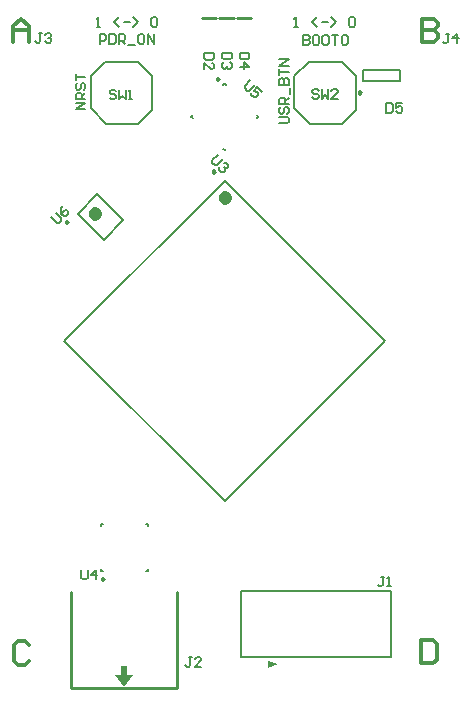
<source format=gto>
G04*
G04 #@! TF.GenerationSoftware,Altium Limited,Altium Designer,20.1.12 (249)*
G04*
G04 Layer_Color=65535*
%FSLAX25Y25*%
%MOIN*%
G70*
G04*
G04 #@! TF.SameCoordinates,D38EF606-D903-4ADC-9098-C18FB5F004BE*
G04*
G04*
G04 #@! TF.FilePolarity,Positive*
G04*
G01*
G75*
%ADD10C,0.02362*%
%ADD11C,0.00984*%
%ADD12C,0.00787*%
%ADD13C,0.01181*%
%ADD14C,0.00600*%
G36*
X46260Y-4921D02*
X43307Y-984D01*
X45276D01*
Y1969D01*
X47244D01*
Y-984D01*
X49213D01*
X46260Y-4921D01*
D02*
G37*
G36*
X97441Y2559D02*
X94291Y3740D01*
X94291Y1378D01*
X97441Y2559D01*
D02*
G37*
D10*
X80905Y158119D02*
X80461Y159043D01*
X79462Y159271D01*
X78660Y158632D01*
Y157607D01*
X79462Y156968D01*
X80461Y157196D01*
X80905Y158119D01*
X37618Y152688D02*
X37174Y153612D01*
X36174Y153840D01*
X35373Y153201D01*
Y152176D01*
X36174Y151537D01*
X37174Y151765D01*
X37618Y152688D01*
D11*
X76458Y166749D02*
X75720Y167175D01*
Y166323D01*
X76458Y166749D01*
X39469Y30906D02*
X38730Y31332D01*
Y30479D01*
X39469Y30906D01*
X77989Y197567D02*
X77251Y197993D01*
Y197141D01*
X77989Y197567D01*
X27603Y149905D02*
X26865Y150331D01*
Y149478D01*
X27603Y149905D01*
X125197Y193110D02*
X124459Y193536D01*
Y192684D01*
X125197Y193110D01*
X63976Y-5315D02*
Y26575D01*
X28543Y-5315D02*
Y26575D01*
Y-5315D02*
X63976D01*
X83858Y217913D02*
X88583D01*
X77953D02*
X82677D01*
X72047D02*
X76772D01*
D12*
X79724Y56786D02*
X133175Y110236D01*
X79724Y163687D02*
X133175Y110236D01*
X26274D02*
X79724Y56786D01*
X26274Y110236D02*
X79724Y163687D01*
X38386Y48524D02*
X38386Y49213D01*
X39075D01*
X53445D02*
X54134D01*
Y48524D02*
Y49213D01*
X38386Y33465D02*
X39075Y33465D01*
X38386Y34154D02*
X38386Y33465D01*
X54134D02*
Y34154D01*
X53445Y33465D02*
X54134Y33465D01*
X90373Y185527D02*
X90860Y185039D01*
X90373Y184552D02*
X90860Y185039D01*
X79724Y173904D02*
X80212Y174391D01*
X79237D02*
X79724Y173904D01*
X79237Y195688D02*
X79724Y196175D01*
X80212Y195688D01*
X68589Y185039D02*
X69076Y184552D01*
X68589Y185039D02*
X69076Y185527D01*
X39499Y144058D02*
X45902Y150461D01*
X37272Y159091D02*
X45902Y150461D01*
X30869Y152688D02*
X39499Y144058D01*
X30869Y152688D02*
X37272Y159091D01*
X85276Y26850D02*
X135276D01*
Y4803D02*
Y26850D01*
X85276Y4803D02*
X135276D01*
X85276D02*
Y26850D01*
X102953Y187795D02*
Y198425D01*
Y187795D02*
X108071Y182677D01*
X102953Y198425D02*
X107677Y203150D01*
X118701D01*
X123425Y198425D01*
Y187402D02*
Y198425D01*
X118701Y182677D02*
X123425Y187402D01*
X108071Y182677D02*
X118701D01*
X35039Y187795D02*
Y198425D01*
Y187795D02*
X40157Y182677D01*
X35039Y198425D02*
X39764Y203150D01*
X50787D01*
X55512Y198425D01*
Y187402D02*
Y198425D01*
X50787Y182677D02*
X55512Y187402D01*
X40157Y182677D02*
X50787D01*
X125787Y200591D02*
X137992D01*
X125787Y197047D02*
X137992D01*
Y200591D01*
X125787Y197047D02*
Y200591D01*
D13*
X14598Y8923D02*
X13286Y10235D01*
X10662D01*
X9350Y8923D01*
Y3675D01*
X10662Y2363D01*
X13286D01*
X14598Y3675D01*
X9154Y209844D02*
Y215091D01*
X11777Y217715D01*
X14401Y215091D01*
Y209844D01*
Y213779D01*
X9154D01*
X145472Y217715D02*
Y209844D01*
X149408D01*
X150720Y211156D01*
Y212468D01*
X149408Y213779D01*
X145472D01*
X149408D01*
X150720Y215091D01*
Y216403D01*
X149408Y217715D01*
X145472D01*
X145079Y10629D02*
Y2757D01*
X149014D01*
X150326Y4069D01*
Y9317D01*
X149014Y10629D01*
X145079D01*
D14*
X105915Y212229D02*
Y209030D01*
X107514D01*
X108048Y209564D01*
Y210097D01*
X107514Y210630D01*
X105915D01*
X107514D01*
X108048Y211163D01*
Y211696D01*
X107514Y212229D01*
X105915D01*
X110713D02*
X109647D01*
X109114Y211696D01*
Y209564D01*
X109647Y209030D01*
X110713D01*
X111247Y209564D01*
Y211696D01*
X110713Y212229D01*
X113912D02*
X112846D01*
X112313Y211696D01*
Y209564D01*
X112846Y209030D01*
X113912D01*
X114445Y209564D01*
Y211696D01*
X113912Y212229D01*
X115512D02*
X117645D01*
X116578D01*
Y209030D01*
X118711Y211696D02*
X119244Y212229D01*
X120310D01*
X120844Y211696D01*
Y209564D01*
X120310Y209030D01*
X119244D01*
X118711Y209564D01*
Y211696D01*
X97839Y182884D02*
X100504D01*
X101038Y183417D01*
Y184483D01*
X100504Y185016D01*
X97839D01*
X98372Y188215D02*
X97839Y187682D01*
Y186616D01*
X98372Y186082D01*
X98905D01*
X99438Y186616D01*
Y187682D01*
X99971Y188215D01*
X100504D01*
X101038Y187682D01*
Y186616D01*
X100504Y186082D01*
X101038Y189281D02*
X97839D01*
Y190881D01*
X98372Y191414D01*
X99438D01*
X99971Y190881D01*
Y189281D01*
Y190348D02*
X101038Y191414D01*
X101571Y192480D02*
Y194613D01*
X97839Y195679D02*
X101038D01*
Y197279D01*
X100504Y197812D01*
X99971D01*
X99438Y197279D01*
Y195679D01*
Y197279D01*
X98905Y197812D01*
X98372D01*
X97839Y197279D01*
Y195679D01*
Y198878D02*
Y201011D01*
Y199945D01*
X101038D01*
Y202077D02*
X97839D01*
X101038Y204210D01*
X97839D01*
X37017Y214936D02*
X38084D01*
X37551D01*
Y218135D01*
X37017Y217602D01*
X44482Y214936D02*
X42882Y216535D01*
X44482Y218135D01*
X46081Y216535D02*
X48214D01*
X49280Y214936D02*
X50880Y216535D01*
X49280Y218135D01*
X55145Y217602D02*
X55678Y218135D01*
X56744D01*
X57277Y217602D01*
Y215469D01*
X56744Y214936D01*
X55678D01*
X55145Y215469D01*
Y217602D01*
X38002Y209297D02*
Y212496D01*
X39601D01*
X40134Y211963D01*
Y210896D01*
X39601Y210363D01*
X38002D01*
X41201Y212496D02*
Y209297D01*
X42800D01*
X43333Y209830D01*
Y211963D01*
X42800Y212496D01*
X41201D01*
X44399Y209297D02*
Y212496D01*
X45999D01*
X46532Y211963D01*
Y210896D01*
X45999Y210363D01*
X44399D01*
X45466D02*
X46532Y209297D01*
X47598Y208764D02*
X49731D01*
X52397Y212496D02*
X51331D01*
X50797Y211963D01*
Y209830D01*
X51331Y209297D01*
X52397D01*
X52930Y209830D01*
Y211963D01*
X52397Y212496D01*
X53996Y209297D02*
Y212496D01*
X56129Y209297D01*
Y212496D01*
X102962Y214936D02*
X104028D01*
X103495D01*
Y218135D01*
X102962Y217602D01*
X110426Y214936D02*
X108827Y216535D01*
X110426Y218135D01*
X112026Y216535D02*
X114159D01*
X115225Y214936D02*
X116824Y216535D01*
X115225Y218135D01*
X121090Y217602D02*
X121623Y218135D01*
X122689D01*
X123222Y217602D01*
Y215469D01*
X122689Y214936D01*
X121623D01*
X121090Y215469D01*
Y217602D01*
X33292Y187608D02*
X30093D01*
X33292Y189741D01*
X30093D01*
X33292Y190807D02*
X30093D01*
Y192406D01*
X30627Y192939D01*
X31693D01*
X32226Y192406D01*
Y190807D01*
Y191873D02*
X33292Y192939D01*
X30627Y196138D02*
X30093Y195605D01*
Y194539D01*
X30627Y194006D01*
X31160D01*
X31693Y194539D01*
Y195605D01*
X32226Y196138D01*
X32759D01*
X33292Y195605D01*
Y194539D01*
X32759Y194006D01*
X30093Y197205D02*
Y199337D01*
Y198271D01*
X33292D01*
X21886Y151510D02*
X23771Y149625D01*
X24525D01*
X25279Y150379D01*
Y151133D01*
X23394Y153018D01*
X25656Y155280D02*
X25279Y154149D01*
Y152641D01*
X26033Y151887D01*
X26787D01*
X27541Y152641D01*
Y153395D01*
X27164Y153772D01*
X26410D01*
X25279Y152641D01*
X88222Y197110D02*
X86337Y195226D01*
Y194472D01*
X87091Y193718D01*
X87845D01*
X89730Y195603D01*
X91992Y193341D02*
X90484Y194849D01*
X89353Y193718D01*
X90484Y193341D01*
X90861Y192964D01*
Y192209D01*
X90107Y191455D01*
X89353D01*
X88599Y192209D01*
Y192964D01*
X31881Y33981D02*
Y31316D01*
X32415Y30782D01*
X33481D01*
X34014Y31316D01*
Y33981D01*
X36680Y30782D02*
Y33981D01*
X35080Y32382D01*
X37213D01*
X77494Y172307D02*
X75609Y170422D01*
Y169668D01*
X76363Y168914D01*
X77117D01*
X79002Y170799D01*
X79379Y169668D02*
X80133Y169668D01*
X80887Y168914D01*
X80887Y168160D01*
X80510Y167783D01*
X79756D01*
X79379Y168160D01*
X79756Y167783D01*
Y167029D01*
X79379Y166652D01*
X78625D01*
X77871Y167406D01*
Y168160D01*
X111056Y193684D02*
X110523Y194218D01*
X109457D01*
X108924Y193684D01*
Y193151D01*
X109457Y192618D01*
X110523D01*
X111056Y192085D01*
Y191552D01*
X110523Y191019D01*
X109457D01*
X108924Y191552D01*
X112123Y194218D02*
Y191019D01*
X113189Y192085D01*
X114255Y191019D01*
Y194218D01*
X117454Y191019D02*
X115322D01*
X117454Y193151D01*
Y193684D01*
X116921Y194218D01*
X115855D01*
X115322Y193684D01*
X43479Y193488D02*
X42946Y194021D01*
X41880D01*
X41347Y193488D01*
Y192954D01*
X41880Y192421D01*
X42946D01*
X43479Y191888D01*
Y191355D01*
X42946Y190822D01*
X41880D01*
X41347Y191355D01*
X44546Y194021D02*
Y190822D01*
X45612Y191888D01*
X46678Y190822D01*
Y194021D01*
X47745Y190822D02*
X48811D01*
X48278D01*
Y194021D01*
X47745Y193488D01*
X154585Y212721D02*
X153519D01*
X154052D01*
Y210056D01*
X153519Y209523D01*
X152986D01*
X152452Y210056D01*
X157251Y209523D02*
Y212721D01*
X155651Y211122D01*
X157784D01*
X18758Y212918D02*
X17692D01*
X18225D01*
Y210253D01*
X17692Y209719D01*
X17159D01*
X16625Y210253D01*
X19825Y212385D02*
X20358Y212918D01*
X21424D01*
X21957Y212385D01*
Y211852D01*
X21424Y211319D01*
X20891D01*
X21424D01*
X21957Y210786D01*
Y210253D01*
X21424Y209719D01*
X20358D01*
X19825Y210253D01*
X68758Y4946D02*
X67692D01*
X68225D01*
Y2280D01*
X67692Y1747D01*
X67159D01*
X66625Y2280D01*
X71957Y1747D02*
X69824D01*
X71957Y3880D01*
Y4413D01*
X71424Y4946D01*
X70358D01*
X69824Y4413D01*
X132874Y31718D02*
X131808D01*
X132341D01*
Y29052D01*
X131808Y28519D01*
X131274D01*
X130741Y29052D01*
X133940Y28519D02*
X135007D01*
X134474D01*
Y31718D01*
X133940Y31184D01*
X133653Y189592D02*
Y186393D01*
X135253D01*
X135786Y186926D01*
Y189058D01*
X135253Y189592D01*
X133653D01*
X138985D02*
X136852D01*
Y187992D01*
X137918Y188525D01*
X138452D01*
X138985Y187992D01*
Y186926D01*
X138452Y186393D01*
X137385D01*
X136852Y186926D01*
X87918Y206308D02*
X84719D01*
Y204708D01*
X85253Y204175D01*
X87385D01*
X87918Y204708D01*
Y206308D01*
X84719Y201509D02*
X87918D01*
X86319Y203109D01*
Y200976D01*
X82013Y206308D02*
X78814D01*
Y204708D01*
X79347Y204175D01*
X81480D01*
X82013Y204708D01*
Y206308D01*
X81480Y203109D02*
X82013Y202575D01*
Y201509D01*
X81480Y200976D01*
X80947D01*
X80413Y201509D01*
Y202042D01*
Y201509D01*
X79880Y200976D01*
X79347D01*
X78814Y201509D01*
Y202575D01*
X79347Y203109D01*
X76107Y206209D02*
X72908D01*
Y204610D01*
X73441Y204077D01*
X75574D01*
X76107Y204610D01*
Y206209D01*
X72908Y200877D02*
Y203010D01*
X75041Y200877D01*
X75574D01*
X76107Y201411D01*
Y202477D01*
X75574Y203010D01*
M02*

</source>
